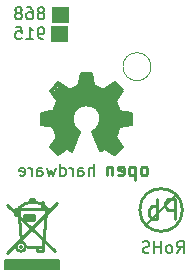
<source format=gbr>
G04 #@! TF.GenerationSoftware,KiCad,Pcbnew,5.1.0-rc1-unknown-9a8afdf~76~ubuntu18.04.1*
G04 #@! TF.CreationDate,2019-02-21T15:29:12+02:00
G04 #@! TF.ProjectId,MOD-LoRa_RevB,4d4f442d-4c6f-4526-915f-526576422e6b,rev?*
G04 #@! TF.SameCoordinates,Original*
G04 #@! TF.FileFunction,Legend,Bot*
G04 #@! TF.FilePolarity,Positive*
%FSLAX46Y46*%
G04 Gerber Fmt 4.6, Leading zero omitted, Abs format (unit mm)*
G04 Created by KiCad (PCBNEW 5.1.0-rc1-unknown-9a8afdf~76~ubuntu18.04.1) date 2019-02-21 15:29:12*
%MOMM*%
%LPD*%
G04 APERTURE LIST*
%ADD10C,0.100000*%
%ADD11C,0.150000*%
%ADD12C,0.120000*%
%ADD13C,0.420000*%
%ADD14C,0.370000*%
%ADD15C,0.400000*%
%ADD16C,0.380000*%
%ADD17C,1.000000*%
%ADD18C,0.254000*%
%ADD19C,0.200000*%
%ADD20C,0.127000*%
%ADD21C,0.180000*%
G04 APERTURE END LIST*
D10*
G36*
X125360000Y-93430000D02*
G01*
X124000000Y-93430000D01*
X124000000Y-92170000D01*
X125360000Y-92170000D01*
X125360000Y-93430000D01*
G37*
X125360000Y-93430000D02*
X124000000Y-93430000D01*
X124000000Y-92170000D01*
X125360000Y-92170000D01*
X125360000Y-93430000D01*
G36*
X125410000Y-91790000D02*
G01*
X124050000Y-91790000D01*
X124050000Y-90530000D01*
X125410000Y-90530000D01*
X125410000Y-91790000D01*
G37*
X125410000Y-91790000D02*
X124050000Y-91790000D01*
X124050000Y-90530000D01*
X125410000Y-90530000D01*
X125410000Y-91790000D01*
D11*
X123227619Y-91025952D02*
X123322857Y-90978333D01*
X123370476Y-90930714D01*
X123418095Y-90835476D01*
X123418095Y-90787857D01*
X123370476Y-90692619D01*
X123322857Y-90645000D01*
X123227619Y-90597380D01*
X123037142Y-90597380D01*
X122941904Y-90645000D01*
X122894285Y-90692619D01*
X122846666Y-90787857D01*
X122846666Y-90835476D01*
X122894285Y-90930714D01*
X122941904Y-90978333D01*
X123037142Y-91025952D01*
X123227619Y-91025952D01*
X123322857Y-91073571D01*
X123370476Y-91121190D01*
X123418095Y-91216428D01*
X123418095Y-91406904D01*
X123370476Y-91502142D01*
X123322857Y-91549761D01*
X123227619Y-91597380D01*
X123037142Y-91597380D01*
X122941904Y-91549761D01*
X122894285Y-91502142D01*
X122846666Y-91406904D01*
X122846666Y-91216428D01*
X122894285Y-91121190D01*
X122941904Y-91073571D01*
X123037142Y-91025952D01*
X121989523Y-90597380D02*
X122180000Y-90597380D01*
X122275238Y-90645000D01*
X122322857Y-90692619D01*
X122418095Y-90835476D01*
X122465714Y-91025952D01*
X122465714Y-91406904D01*
X122418095Y-91502142D01*
X122370476Y-91549761D01*
X122275238Y-91597380D01*
X122084761Y-91597380D01*
X121989523Y-91549761D01*
X121941904Y-91502142D01*
X121894285Y-91406904D01*
X121894285Y-91168809D01*
X121941904Y-91073571D01*
X121989523Y-91025952D01*
X122084761Y-90978333D01*
X122275238Y-90978333D01*
X122370476Y-91025952D01*
X122418095Y-91073571D01*
X122465714Y-91168809D01*
X121322857Y-91025952D02*
X121418095Y-90978333D01*
X121465714Y-90930714D01*
X121513333Y-90835476D01*
X121513333Y-90787857D01*
X121465714Y-90692619D01*
X121418095Y-90645000D01*
X121322857Y-90597380D01*
X121132380Y-90597380D01*
X121037142Y-90645000D01*
X120989523Y-90692619D01*
X120941904Y-90787857D01*
X120941904Y-90835476D01*
X120989523Y-90930714D01*
X121037142Y-90978333D01*
X121132380Y-91025952D01*
X121322857Y-91025952D01*
X121418095Y-91073571D01*
X121465714Y-91121190D01*
X121513333Y-91216428D01*
X121513333Y-91406904D01*
X121465714Y-91502142D01*
X121418095Y-91549761D01*
X121322857Y-91597380D01*
X121132380Y-91597380D01*
X121037142Y-91549761D01*
X120989523Y-91502142D01*
X120941904Y-91406904D01*
X120941904Y-91216428D01*
X120989523Y-91121190D01*
X121037142Y-91073571D01*
X121132380Y-91025952D01*
X123322857Y-93247380D02*
X123132380Y-93247380D01*
X123037142Y-93199761D01*
X122989523Y-93152142D01*
X122894285Y-93009285D01*
X122846666Y-92818809D01*
X122846666Y-92437857D01*
X122894285Y-92342619D01*
X122941904Y-92295000D01*
X123037142Y-92247380D01*
X123227619Y-92247380D01*
X123322857Y-92295000D01*
X123370476Y-92342619D01*
X123418095Y-92437857D01*
X123418095Y-92675952D01*
X123370476Y-92771190D01*
X123322857Y-92818809D01*
X123227619Y-92866428D01*
X123037142Y-92866428D01*
X122941904Y-92818809D01*
X122894285Y-92771190D01*
X122846666Y-92675952D01*
X121894285Y-93247380D02*
X122465714Y-93247380D01*
X122180000Y-93247380D02*
X122180000Y-92247380D01*
X122275238Y-92390238D01*
X122370476Y-92485476D01*
X122465714Y-92533095D01*
X120989523Y-92247380D02*
X121465714Y-92247380D01*
X121513333Y-92723571D01*
X121465714Y-92675952D01*
X121370476Y-92628333D01*
X121132380Y-92628333D01*
X121037142Y-92675952D01*
X120989523Y-92723571D01*
X120941904Y-92818809D01*
X120941904Y-93056904D01*
X120989523Y-93152142D01*
X121037142Y-93199761D01*
X121132380Y-93247380D01*
X121370476Y-93247380D01*
X121465714Y-93199761D01*
X121513333Y-93152142D01*
D12*
X132445197Y-95610000D02*
G75*
G03X132445197Y-95610000I-1185197J0D01*
G01*
D11*
X134642857Y-111381521D02*
X134976190Y-110905331D01*
X135214285Y-111381521D02*
X135214285Y-110381521D01*
X134833333Y-110381521D01*
X134738095Y-110429141D01*
X134690476Y-110476760D01*
X134642857Y-110571998D01*
X134642857Y-110714855D01*
X134690476Y-110810093D01*
X134738095Y-110857712D01*
X134833333Y-110905331D01*
X135214285Y-110905331D01*
X134071428Y-111381521D02*
X134166666Y-111333902D01*
X134214285Y-111286283D01*
X134261904Y-111191045D01*
X134261904Y-110905331D01*
X134214285Y-110810093D01*
X134166666Y-110762474D01*
X134071428Y-110714855D01*
X133928571Y-110714855D01*
X133833333Y-110762474D01*
X133785714Y-110810093D01*
X133738095Y-110905331D01*
X133738095Y-111191045D01*
X133785714Y-111286283D01*
X133833333Y-111333902D01*
X133928571Y-111381521D01*
X134071428Y-111381521D01*
X133309523Y-111381521D02*
X133309523Y-110381521D01*
X133309523Y-110857712D02*
X132738095Y-110857712D01*
X132738095Y-111381521D02*
X132738095Y-110381521D01*
X132309523Y-111333902D02*
X132166666Y-111381521D01*
X131928571Y-111381521D01*
X131833333Y-111333902D01*
X131785714Y-111286283D01*
X131738095Y-111191045D01*
X131738095Y-111095807D01*
X131785714Y-111000569D01*
X131833333Y-110952950D01*
X131928571Y-110905331D01*
X132119047Y-110857712D01*
X132214285Y-110810093D01*
X132261904Y-110762474D01*
X132309523Y-110667236D01*
X132309523Y-110571998D01*
X132261904Y-110476760D01*
X132214285Y-110429141D01*
X132119047Y-110381521D01*
X131880952Y-110381521D01*
X131738095Y-110429141D01*
D13*
X128216820Y-102591260D02*
X127665640Y-101168860D01*
D14*
X128562260Y-102405840D02*
X128244760Y-102611580D01*
D15*
X129352200Y-102954480D02*
X128572420Y-102423620D01*
D16*
X129928780Y-102416000D02*
X129364900Y-102954480D01*
D14*
X129913540Y-102416000D02*
X129380140Y-101582880D01*
X129738280Y-100655780D02*
X129380140Y-101539700D01*
X130716180Y-100414480D02*
X129766220Y-100632920D01*
D16*
X130706020Y-99637240D02*
X130711100Y-100424640D01*
D14*
X130718720Y-99624540D02*
X129700180Y-99444200D01*
X129669700Y-99408640D02*
X129321720Y-98542500D01*
X129898300Y-97640800D02*
X129342040Y-98491700D01*
D16*
X129908460Y-97617940D02*
X129408080Y-97084540D01*
D14*
X129359820Y-97059140D02*
X128531780Y-97711920D01*
X128470820Y-97701760D02*
X127625000Y-97295360D01*
X127365920Y-96261580D02*
X127571660Y-97275040D01*
X127373540Y-96248880D02*
X126588680Y-96248880D01*
X126606460Y-96269200D02*
X126393100Y-97287740D01*
X126393100Y-97287740D02*
X125491400Y-97737320D01*
X125478700Y-97732240D02*
X124574460Y-97097800D01*
X124574460Y-97099780D02*
X124020740Y-97645880D01*
X124020740Y-97648420D02*
X124637960Y-98438360D01*
X124637960Y-98438360D02*
X124297600Y-99375620D01*
X124297600Y-99375620D02*
X123215560Y-99604220D01*
X123215560Y-99604220D02*
X123215560Y-100439880D01*
X123215560Y-100439880D02*
X124229020Y-100610060D01*
X124229020Y-100610060D02*
X124635420Y-101521920D01*
X124584620Y-102969720D02*
X125420280Y-102403300D01*
X125420280Y-102403300D02*
X125758100Y-102588720D01*
X125758100Y-102588720D02*
X126332140Y-101148540D01*
X126321980Y-101146000D02*
G75*
G02X125951140Y-99281640I746760J1117600D01*
G01*
X125940980Y-99296880D02*
G75*
G02X127866300Y-99098760I1061720J-863600D01*
G01*
X127891700Y-99124160D02*
G75*
G02X127815500Y-100978360I-965200J-889000D01*
G01*
X124635420Y-101521920D02*
X124015660Y-102408380D01*
X124569380Y-102962100D02*
X124015660Y-102416000D01*
D11*
X128135540Y-102771600D02*
X127485300Y-101102820D01*
X128519080Y-102568400D02*
X128173640Y-102789380D01*
X128531780Y-102558240D02*
X129357280Y-103122120D01*
X129364900Y-103129740D02*
X130086260Y-102436320D01*
X130093880Y-102433780D02*
X129496980Y-101570180D01*
X130855880Y-100526240D02*
X129784000Y-100721820D01*
X130855880Y-99533100D02*
X130855880Y-100518620D01*
X130858420Y-99530560D02*
X129687480Y-99327360D01*
X129789080Y-99332440D02*
X129453800Y-98499320D01*
X130050700Y-97648420D02*
X129456340Y-98501860D01*
X130071020Y-97612860D02*
X129397920Y-96899120D01*
X129385220Y-96896580D02*
X128414940Y-97612860D01*
X128450500Y-97544280D02*
X127546260Y-97165820D01*
X127462440Y-96149820D02*
X127663100Y-97175980D01*
X127452280Y-96142200D02*
X126487080Y-96142200D01*
X126487080Y-96142200D02*
X126261020Y-97313140D01*
X126271180Y-97231860D02*
X125466000Y-97569680D01*
X125585380Y-97617940D02*
X124574460Y-96944840D01*
X124569380Y-96942300D02*
X123875960Y-97633180D01*
X123870880Y-97640800D02*
X124574460Y-98631400D01*
X124485560Y-98522180D02*
X124119800Y-99390860D01*
X123182540Y-100292560D02*
X124289980Y-100516080D01*
X123098720Y-99550880D02*
X123101260Y-100508460D01*
X124236640Y-100739600D02*
X123113960Y-100528780D01*
X124132500Y-100706580D02*
X124513500Y-101687020D01*
X124165520Y-102342340D02*
X124650660Y-102873200D01*
X124561760Y-103117040D02*
X123878500Y-102426160D01*
X125448220Y-102502360D02*
X124571920Y-103122120D01*
X124584620Y-102807160D02*
X125405040Y-102278840D01*
X125267880Y-102474420D02*
X125796200Y-102802080D01*
X125796200Y-102802080D02*
X126182280Y-101821640D01*
X126187360Y-101123140D02*
X125659040Y-102504900D01*
X130563780Y-99721060D02*
X130563780Y-100371300D01*
X130706020Y-99776940D02*
X129590960Y-99530560D01*
X129176940Y-98509480D02*
X129563020Y-99507700D01*
X129171860Y-98514560D02*
X129773840Y-97605240D01*
X129415700Y-97160740D02*
X128531780Y-97882100D01*
X126144180Y-101181560D02*
X125966380Y-101059640D01*
X125966380Y-101059640D02*
X125590460Y-100348440D01*
X125590460Y-100348440D02*
X125590460Y-99830280D01*
X125585380Y-99842980D02*
X125819060Y-99169880D01*
X125819060Y-99169880D02*
X126329600Y-98740620D01*
X126329600Y-98740620D02*
X127144940Y-98580600D01*
X127144940Y-98572980D02*
X128016160Y-99002240D01*
X128016160Y-99002240D02*
X128435260Y-99733760D01*
X128440340Y-99738840D02*
X128308260Y-100561800D01*
X128303180Y-100592280D02*
X128209200Y-100762460D01*
X128303180Y-100592280D02*
X128209200Y-100762460D01*
X128079660Y-100813260D02*
X127820580Y-101151080D01*
X127711360Y-100927560D02*
X127485300Y-101102820D01*
X126210220Y-100930100D02*
X126464220Y-101095200D01*
X126347380Y-101384760D02*
X126469300Y-101100280D01*
X128526700Y-97879560D02*
X127543720Y-97386800D01*
X128196500Y-100792940D02*
X127889160Y-101059640D01*
D17*
X129212500Y-102222960D02*
X128359060Y-101201880D01*
X130248820Y-100018240D02*
X128831500Y-99957280D01*
X129263300Y-97732240D02*
X128201580Y-98839680D01*
X127002700Y-96756880D02*
X126997620Y-98270720D01*
X124737020Y-97813520D02*
X125849540Y-98880320D01*
X123746420Y-99997920D02*
X125214540Y-100084280D01*
X128536860Y-102050240D02*
X128171100Y-101288240D01*
X129202340Y-101151080D02*
X128638460Y-100671020D01*
X129451260Y-100505920D02*
X128745140Y-100378920D01*
X129126140Y-99261320D02*
X128684180Y-99421340D01*
X128950880Y-98781260D02*
X128493680Y-99070820D01*
X127952660Y-98004020D02*
X127777400Y-98362160D01*
X127518320Y-97744940D02*
X127350680Y-98354540D01*
X126253400Y-97760180D02*
X126474380Y-98445980D01*
X125666660Y-98011640D02*
X126085760Y-98598380D01*
X124797980Y-98880320D02*
X125453300Y-99246080D01*
X124556680Y-99573740D02*
X125278040Y-99721060D01*
X125392340Y-100731980D02*
X124782740Y-100838660D01*
X125712380Y-101151080D02*
X125095160Y-101478740D01*
X125826680Y-101288240D02*
X124645580Y-102301700D01*
X125826680Y-101196800D02*
X125493940Y-101928320D01*
D18*
X135099037Y-107744100D02*
G75*
G03X135099037Y-107744100I-1802237J0D01*
G01*
D19*
X132136020Y-108907420D02*
X134569340Y-106486800D01*
D11*
X120120000Y-111938000D02*
X120120000Y-112700000D01*
X124692000Y-111938000D02*
X120120000Y-111938000D01*
X124692000Y-112700000D02*
X124692000Y-111938000D01*
X120120000Y-112700000D02*
X124692000Y-112700000D01*
X120170800Y-111988800D02*
X124590400Y-111988800D01*
X124641200Y-112090400D02*
X120170800Y-112090400D01*
X120170800Y-112242800D02*
X124590400Y-112242800D01*
X120170800Y-112395200D02*
X124590400Y-112395200D01*
X124641200Y-112141200D02*
X120221600Y-112141200D01*
X124641200Y-112293600D02*
X120170800Y-112293600D01*
X120221600Y-112496800D02*
X124590400Y-112496800D01*
X124641200Y-112598400D02*
X120221600Y-112598400D01*
D18*
X124486000Y-107162000D02*
X120295000Y-111353000D01*
X124359000Y-111226000D02*
X120295000Y-107289000D01*
X123343000Y-110845000D02*
X121946000Y-110845000D01*
X123343000Y-110845000D02*
X123597000Y-107797000D01*
X123851000Y-107670000D02*
X120930000Y-107670000D01*
X122835000Y-111226000D02*
X122835000Y-110972000D01*
X123343000Y-111226000D02*
X122835000Y-111226000D01*
X123343000Y-110845000D02*
X123343000Y-111226000D01*
X121438000Y-110337000D02*
X121311000Y-108305000D01*
X121839609Y-110845000D02*
G75*
G03X121839609Y-110845000I-401609J0D01*
G01*
X123216000Y-107035000D02*
X123216000Y-107543000D01*
X123343000Y-107035000D02*
X123216000Y-107035000D01*
X123343000Y-107543000D02*
X123343000Y-107035000D01*
X120930000Y-108178000D02*
X120930000Y-107670000D01*
X121311000Y-108178000D02*
X120930000Y-108178000D01*
X121311000Y-107670000D02*
X121311000Y-108178000D01*
X121184000Y-107797000D02*
X121184000Y-107924000D01*
X121184000Y-107670000D02*
X121057000Y-108051000D01*
X121184000Y-107797000D02*
X121184000Y-107924000D01*
X121057000Y-107797000D02*
X121057000Y-108178000D01*
X121184000Y-107797000D02*
X121057000Y-107797000D01*
X121184000Y-108178000D02*
X121184000Y-107797000D01*
X122581000Y-108559000D02*
X122581000Y-108178000D01*
X121692000Y-108559000D02*
X122581000Y-108559000D01*
X121692000Y-108178000D02*
X121692000Y-108559000D01*
X122581000Y-108178000D02*
X121692000Y-108178000D01*
X122454000Y-108305000D02*
X121819000Y-108305000D01*
X122200000Y-106781000D02*
X122581000Y-106781000D01*
X122200000Y-106908000D02*
X122200000Y-106781000D01*
X122581000Y-106908000D02*
X122200000Y-106908000D01*
X122581000Y-106781000D02*
X122581000Y-106908000D01*
X121311000Y-107543000D02*
G75*
G02X123597000Y-107543000I1143000J-1143000D01*
G01*
D20*
X121565000Y-110845000D02*
G75*
G03X121565000Y-110845000I-127000J0D01*
G01*
D18*
X131936298Y-104803379D02*
X132041060Y-104750998D01*
X132093440Y-104698617D01*
X132145821Y-104593855D01*
X132145821Y-104279569D01*
X132093440Y-104174807D01*
X132041060Y-104122426D01*
X131936298Y-104070045D01*
X131779155Y-104070045D01*
X131674393Y-104122426D01*
X131622012Y-104174807D01*
X131569631Y-104279569D01*
X131569631Y-104593855D01*
X131622012Y-104698617D01*
X131674393Y-104750998D01*
X131779155Y-104803379D01*
X131936298Y-104803379D01*
X131098202Y-104070045D02*
X131098202Y-105170045D01*
X131098202Y-104122426D02*
X130993440Y-104070045D01*
X130783917Y-104070045D01*
X130679155Y-104122426D01*
X130626774Y-104174807D01*
X130574393Y-104279569D01*
X130574393Y-104593855D01*
X130626774Y-104698617D01*
X130679155Y-104750998D01*
X130783917Y-104803379D01*
X130993440Y-104803379D01*
X131098202Y-104750998D01*
X129683917Y-104750998D02*
X129788679Y-104803379D01*
X129998202Y-104803379D01*
X130102964Y-104750998D01*
X130155345Y-104646236D01*
X130155345Y-104227188D01*
X130102964Y-104122426D01*
X129998202Y-104070045D01*
X129788679Y-104070045D01*
X129683917Y-104122426D01*
X129631536Y-104227188D01*
X129631536Y-104331950D01*
X130155345Y-104436712D01*
X129160107Y-104070045D02*
X129160107Y-104803379D01*
X129160107Y-104174807D02*
X129107726Y-104122426D01*
X129002964Y-104070045D01*
X128845821Y-104070045D01*
X128741060Y-104122426D01*
X128688679Y-104227188D01*
X128688679Y-104803379D01*
D21*
X127620797Y-104849580D02*
X127620797Y-103849580D01*
X127192225Y-104849580D02*
X127192225Y-104325771D01*
X127239844Y-104230533D01*
X127335082Y-104182914D01*
X127477940Y-104182914D01*
X127573178Y-104230533D01*
X127620797Y-104278152D01*
X126287463Y-104849580D02*
X126287463Y-104325771D01*
X126335082Y-104230533D01*
X126430320Y-104182914D01*
X126620797Y-104182914D01*
X126716035Y-104230533D01*
X126287463Y-104801961D02*
X126382701Y-104849580D01*
X126620797Y-104849580D01*
X126716035Y-104801961D01*
X126763654Y-104706723D01*
X126763654Y-104611485D01*
X126716035Y-104516247D01*
X126620797Y-104468628D01*
X126382701Y-104468628D01*
X126287463Y-104421009D01*
X125811273Y-104849580D02*
X125811273Y-104182914D01*
X125811273Y-104373390D02*
X125763654Y-104278152D01*
X125716035Y-104230533D01*
X125620797Y-104182914D01*
X125525559Y-104182914D01*
X124763654Y-104849580D02*
X124763654Y-103849580D01*
X124763654Y-104801961D02*
X124858892Y-104849580D01*
X125049368Y-104849580D01*
X125144606Y-104801961D01*
X125192225Y-104754342D01*
X125239844Y-104659104D01*
X125239844Y-104373390D01*
X125192225Y-104278152D01*
X125144606Y-104230533D01*
X125049368Y-104182914D01*
X124858892Y-104182914D01*
X124763654Y-104230533D01*
X124382701Y-104182914D02*
X124192225Y-104849580D01*
X124001749Y-104373390D01*
X123811273Y-104849580D01*
X123620797Y-104182914D01*
X122811273Y-104849580D02*
X122811273Y-104325771D01*
X122858892Y-104230533D01*
X122954130Y-104182914D01*
X123144606Y-104182914D01*
X123239844Y-104230533D01*
X122811273Y-104801961D02*
X122906511Y-104849580D01*
X123144606Y-104849580D01*
X123239844Y-104801961D01*
X123287463Y-104706723D01*
X123287463Y-104611485D01*
X123239844Y-104516247D01*
X123144606Y-104468628D01*
X122906511Y-104468628D01*
X122811273Y-104421009D01*
X122335082Y-104849580D02*
X122335082Y-104182914D01*
X122335082Y-104373390D02*
X122287463Y-104278152D01*
X122239844Y-104230533D01*
X122144606Y-104182914D01*
X122049368Y-104182914D01*
X121335082Y-104801961D02*
X121430320Y-104849580D01*
X121620797Y-104849580D01*
X121716035Y-104801961D01*
X121763654Y-104706723D01*
X121763654Y-104325771D01*
X121716035Y-104230533D01*
X121620797Y-104182914D01*
X121430320Y-104182914D01*
X121335082Y-104230533D01*
X121287463Y-104325771D01*
X121287463Y-104421009D01*
X121763654Y-104516247D01*
D18*
X134485068Y-108533467D02*
X134485068Y-106833467D01*
X133913640Y-106833467D01*
X133770782Y-106914420D01*
X133699354Y-106995372D01*
X133627925Y-107157277D01*
X133627925Y-107400134D01*
X133699354Y-107562039D01*
X133770782Y-107642991D01*
X133913640Y-107723943D01*
X134485068Y-107723943D01*
X132985068Y-108533467D02*
X132985068Y-106833467D01*
X132985068Y-107481086D02*
X132842211Y-107400134D01*
X132556497Y-107400134D01*
X132413640Y-107481086D01*
X132342211Y-107562039D01*
X132270782Y-107723943D01*
X132270782Y-108209658D01*
X132342211Y-108371562D01*
X132413640Y-108452515D01*
X132556497Y-108533467D01*
X132842211Y-108533467D01*
X132985068Y-108452515D01*
M02*

</source>
